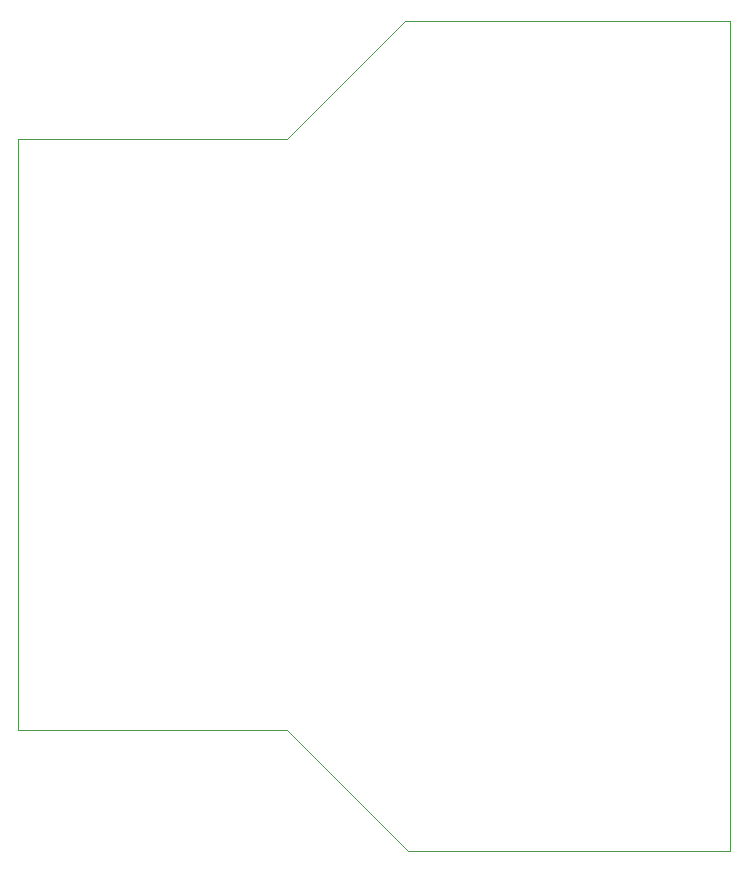
<source format=gbr>
%TF.GenerationSoftware,KiCad,Pcbnew,8.0.0*%
%TF.CreationDate,2024-04-24T16:24:05-05:00*%
%TF.ProjectId,UltrasonicPhasedArrayModule,556c7472-6173-46f6-9e69-635068617365,rev?*%
%TF.SameCoordinates,Original*%
%TF.FileFunction,Profile,NP*%
%FSLAX46Y46*%
G04 Gerber Fmt 4.6, Leading zero omitted, Abs format (unit mm)*
G04 Created by KiCad (PCBNEW 8.0.0) date 2024-04-24 16:24:05*
%MOMM*%
%LPD*%
G01*
G04 APERTURE LIST*
%TA.AperFunction,Profile*%
%ADD10C,0.050000*%
%TD*%
G04 APERTURE END LIST*
D10*
X175000000Y-40000000D02*
X147500000Y-40000000D01*
X175000000Y-110250000D02*
X175000000Y-40000000D01*
X137500000Y-100000000D02*
X142500000Y-105000000D01*
X142500000Y-105000000D02*
X147750000Y-110250000D01*
X114750000Y-100000000D02*
X114750000Y-50000000D01*
X116500000Y-100000000D02*
X137500000Y-100000000D01*
X116500000Y-100000000D02*
X114750000Y-100000000D01*
X147750000Y-110250000D02*
X175000000Y-110250000D01*
X145000000Y-42500000D02*
X147500000Y-40000000D01*
X116250000Y-50000000D02*
X137500000Y-50000000D01*
X114750000Y-50000000D02*
X116250000Y-50000000D01*
X142500000Y-45000000D02*
X145000000Y-42500000D01*
X137500000Y-50000000D02*
X142500000Y-45000000D01*
M02*

</source>
